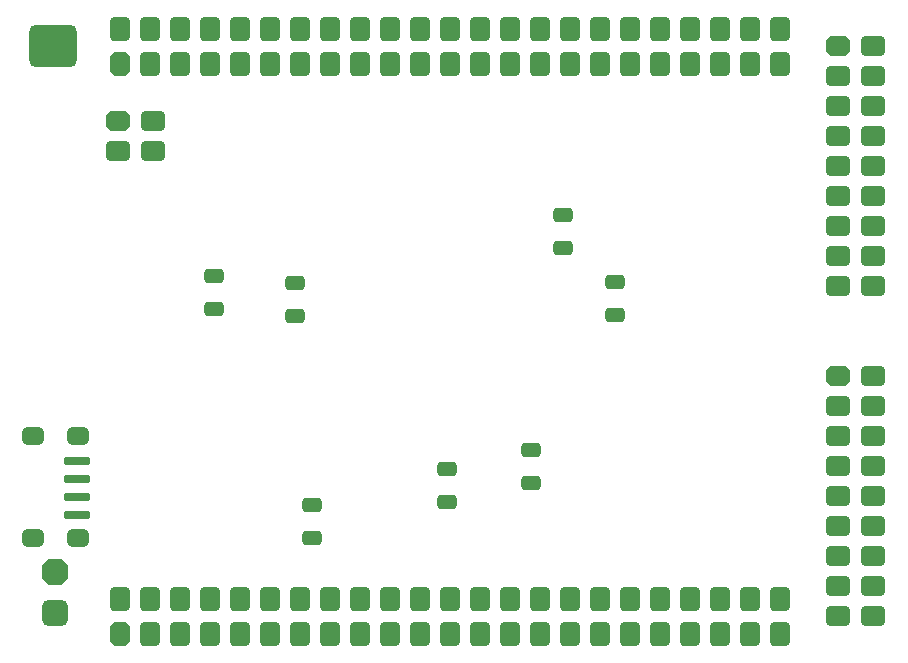
<source format=gbr>
%TF.GenerationSoftware,Altium Limited,Altium Designer,23.9.2 (47)*%
G04 Layer_Color=255*
%FSLAX45Y45*%
%MOMM*%
%TF.SameCoordinates,F1AFF133-CB08-443C-B5AD-2193434A7FAF*%
%TF.FilePolarity,Positive*%
%TF.FileFunction,Pads,Bot*%
%TF.Part,Single*%
G01*
G75*
%TA.AperFunction,SMDPad,CuDef*%
G04:AMPARAMS|DCode=75|XSize=1.65mm|YSize=1.25mm|CornerRadius=0.3125mm|HoleSize=0mm|Usage=FLASHONLY|Rotation=0.000|XOffset=0mm|YOffset=0mm|HoleType=Round|Shape=RoundedRectangle|*
%AMROUNDEDRECTD75*
21,1,1.65000,0.62500,0,0,0.0*
21,1,1.02500,1.25000,0,0,0.0*
1,1,0.62500,0.51250,-0.31250*
1,1,0.62500,-0.51250,-0.31250*
1,1,0.62500,-0.51250,0.31250*
1,1,0.62500,0.51250,0.31250*
%
%ADD75ROUNDEDRECTD75*%
%TA.AperFunction,ComponentPad*%
G04:AMPARAMS|DCode=95|XSize=1.7mm|YSize=2.1mm|CornerRadius=0.425mm|HoleSize=0mm|Usage=FLASHONLY|Rotation=270.000|XOffset=0mm|YOffset=0mm|HoleType=Round|Shape=RoundedRectangle|*
%AMROUNDEDRECTD95*
21,1,1.70000,1.25001,0,0,270.0*
21,1,0.85000,2.10000,0,0,270.0*
1,1,0.85000,-0.62500,-0.42500*
1,1,0.85000,-0.62500,0.42500*
1,1,0.85000,0.62500,0.42500*
1,1,0.85000,0.62500,-0.42500*
%
%ADD95ROUNDEDRECTD95*%
G04:AMPARAMS|DCode=96|XSize=1.7mm|YSize=2.1mm|CornerRadius=0mm|HoleSize=0mm|Usage=FLASHONLY|Rotation=270.000|XOffset=0mm|YOffset=0mm|HoleType=Round|Shape=Octagon|*
%AMOCTAGOND96*
4,1,8,1.05000,0.42500,1.05000,-0.42500,0.62500,-0.85000,-0.62500,-0.85000,-1.05000,-0.42500,-1.05000,0.42500,-0.62500,0.85000,0.62500,0.85000,1.05000,0.42500,0.0*
%
%ADD96OCTAGOND96*%

G04:AMPARAMS|DCode=97|XSize=1.7mm|YSize=2.1mm|CornerRadius=0mm|HoleSize=0mm|Usage=FLASHONLY|Rotation=0.000|XOffset=0mm|YOffset=0mm|HoleType=Round|Shape=Octagon|*
%AMOCTAGOND97*
4,1,8,-0.42500,1.05000,0.42500,1.05000,0.85000,0.62500,0.85000,-0.62500,0.42500,-1.05000,-0.42500,-1.05000,-0.85000,-0.62500,-0.85000,0.62500,-0.42500,1.05000,0.0*
%
%ADD97OCTAGOND97*%

G04:AMPARAMS|DCode=98|XSize=1.7mm|YSize=2.1mm|CornerRadius=0.425mm|HoleSize=0mm|Usage=FLASHONLY|Rotation=0.000|XOffset=0mm|YOffset=0mm|HoleType=Round|Shape=RoundedRectangle|*
%AMROUNDEDRECTD98*
21,1,1.70000,1.25001,0,0,0.0*
21,1,0.85000,2.10000,0,0,0.0*
1,1,0.85000,0.42500,-0.62500*
1,1,0.85000,-0.42500,-0.62500*
1,1,0.85000,-0.42500,0.62500*
1,1,0.85000,0.42500,0.62500*
%
%ADD98ROUNDEDRECTD98*%
G04:AMPARAMS|DCode=99|XSize=1.8mm|YSize=1.45mm|CornerRadius=0.3625mm|HoleSize=0mm|Usage=FLASHONLY|Rotation=180.000|XOffset=0mm|YOffset=0mm|HoleType=Round|Shape=RoundedRectangle|*
%AMROUNDEDRECTD99*
21,1,1.80000,0.72500,0,0,180.0*
21,1,1.07500,1.45000,0,0,180.0*
1,1,0.72500,-0.53750,0.36250*
1,1,0.72500,0.53750,0.36250*
1,1,0.72500,0.53750,-0.36250*
1,1,0.72500,-0.53750,-0.36250*
%
%ADD99ROUNDEDRECTD99*%
G04:AMPARAMS|DCode=100|XSize=4mm|YSize=3.6mm|CornerRadius=0.54mm|HoleSize=0mm|Usage=FLASHONLY|Rotation=0.000|XOffset=0mm|YOffset=0mm|HoleType=Round|Shape=RoundedRectangle|*
%AMROUNDEDRECTD100*
21,1,4.00000,2.52000,0,0,0.0*
21,1,2.92000,3.60000,0,0,0.0*
1,1,1.08000,1.46000,-1.26000*
1,1,1.08000,-1.46000,-1.26000*
1,1,1.08000,-1.46000,1.26000*
1,1,1.08000,1.46000,1.26000*
%
%ADD100ROUNDEDRECTD100*%
G04:AMPARAMS|DCode=101|XSize=2.2mm|YSize=2.2mm|CornerRadius=0.55mm|HoleSize=0mm|Usage=FLASHONLY|Rotation=270.000|XOffset=0mm|YOffset=0mm|HoleType=Round|Shape=RoundedRectangle|*
%AMROUNDEDRECTD101*
21,1,2.20000,1.10000,0,0,270.0*
21,1,1.10000,2.20000,0,0,270.0*
1,1,1.10000,-0.55000,-0.55000*
1,1,1.10000,-0.55000,0.55000*
1,1,1.10000,0.55000,0.55000*
1,1,1.10000,0.55000,-0.55000*
%
%ADD101ROUNDEDRECTD101*%
G04:AMPARAMS|DCode=102|XSize=2.2mm|YSize=2.2mm|CornerRadius=0mm|HoleSize=0mm|Usage=FLASHONLY|Rotation=270.000|XOffset=0mm|YOffset=0mm|HoleType=Round|Shape=Octagon|*
%AMOCTAGOND102*
4,1,8,-0.55000,-1.10000,0.55000,-1.10000,1.10000,-0.55000,1.10000,0.55000,0.55000,1.10000,-0.55000,1.10000,-1.10000,0.55000,-1.10000,-0.55000,-0.55000,-1.10000,0.0*
%
%ADD102OCTAGOND102*%

%TA.AperFunction,SMDPad,CuDef*%
G04:AMPARAMS|DCode=107|XSize=2.2mm|YSize=0.7mm|CornerRadius=0.175mm|HoleSize=0mm|Usage=FLASHONLY|Rotation=180.000|XOffset=0mm|YOffset=0mm|HoleType=Round|Shape=RoundedRectangle|*
%AMROUNDEDRECTD107*
21,1,2.20000,0.35000,0,0,180.0*
21,1,1.85000,0.70000,0,0,180.0*
1,1,0.35000,-0.92500,0.17500*
1,1,0.35000,0.92500,0.17500*
1,1,0.35000,0.92500,-0.17500*
1,1,0.35000,-0.92500,-0.17500*
%
%ADD107ROUNDEDRECTD107*%
D75*
X5780000Y3440000D02*
D03*
Y3720000D02*
D03*
X5510000Y1450000D02*
D03*
Y1730000D02*
D03*
X6220000Y2870000D02*
D03*
Y3150000D02*
D03*
X3510000Y3140000D02*
D03*
Y2860000D02*
D03*
X3650000Y1260000D02*
D03*
Y980000D02*
D03*
X4800000Y1290000D02*
D03*
Y1570000D02*
D03*
X2820000Y3200000D02*
D03*
Y2920000D02*
D03*
D95*
X8402000Y317500D02*
D03*
Y571500D02*
D03*
X8108000Y317500D02*
D03*
Y571500D02*
D03*
X8402000Y825500D02*
D03*
Y1079500D02*
D03*
Y1333500D02*
D03*
Y1587500D02*
D03*
Y1841500D02*
D03*
Y2095500D02*
D03*
Y2349500D02*
D03*
X8108000Y825500D02*
D03*
Y1079500D02*
D03*
Y1333500D02*
D03*
Y1587500D02*
D03*
Y1841500D02*
D03*
Y2095500D02*
D03*
X8402000Y3111500D02*
D03*
Y3365500D02*
D03*
X8108000Y3111500D02*
D03*
Y3365500D02*
D03*
X8402000Y3619500D02*
D03*
Y3873500D02*
D03*
Y4127500D02*
D03*
Y4381500D02*
D03*
Y4635500D02*
D03*
Y4889500D02*
D03*
Y5143500D02*
D03*
X8108000Y3619500D02*
D03*
Y3873500D02*
D03*
Y4127500D02*
D03*
Y4381500D02*
D03*
Y4635500D02*
D03*
Y4889500D02*
D03*
X2306000Y4512400D02*
D03*
Y4258400D02*
D03*
X2012000D02*
D03*
D96*
X8108000Y2349500D02*
D03*
Y5143500D02*
D03*
X2012000Y4512400D02*
D03*
D97*
X2032000Y170500D02*
D03*
Y4996500D02*
D03*
D98*
X2286000Y170500D02*
D03*
X2540000D02*
D03*
X2794000D02*
D03*
X3048000D02*
D03*
X3302000D02*
D03*
X3556000D02*
D03*
X3810000D02*
D03*
X4064000D02*
D03*
X4318000D02*
D03*
X4572000D02*
D03*
X4826000D02*
D03*
X5080000D02*
D03*
X5334000D02*
D03*
X5588000D02*
D03*
X5842000D02*
D03*
X6096000D02*
D03*
X6350000D02*
D03*
X6604000D02*
D03*
X6858000D02*
D03*
X7112000D02*
D03*
X7366000D02*
D03*
X7620000D02*
D03*
X2032000Y464500D02*
D03*
X2286000D02*
D03*
X2540000D02*
D03*
X2794000D02*
D03*
X3048000D02*
D03*
X3302000D02*
D03*
X3556000D02*
D03*
X3810000D02*
D03*
X4064000D02*
D03*
X4318000D02*
D03*
X4572000D02*
D03*
X4826000D02*
D03*
X5080000D02*
D03*
X5334000D02*
D03*
X5588000D02*
D03*
X5842000D02*
D03*
X6096000D02*
D03*
X6350000D02*
D03*
X6604000D02*
D03*
X6858000D02*
D03*
X7112000D02*
D03*
X7366000D02*
D03*
X7620000D02*
D03*
X2286000Y4996500D02*
D03*
X2540000D02*
D03*
X2794000D02*
D03*
X3048000D02*
D03*
X3302000D02*
D03*
X3556000D02*
D03*
X3810000D02*
D03*
X4064000D02*
D03*
X4318000D02*
D03*
X4572000D02*
D03*
X4826000D02*
D03*
X5080000D02*
D03*
X5334000D02*
D03*
X5588000D02*
D03*
X5842000D02*
D03*
X6096000D02*
D03*
X6350000D02*
D03*
X6604000D02*
D03*
X6858000D02*
D03*
X7112000D02*
D03*
X7366000D02*
D03*
X7620000D02*
D03*
X2032000Y5290500D02*
D03*
X2286000D02*
D03*
X2540000D02*
D03*
X2794000D02*
D03*
X3048000D02*
D03*
X3302000D02*
D03*
X3556000D02*
D03*
X3810000D02*
D03*
X4064000D02*
D03*
X4318000D02*
D03*
X4572000D02*
D03*
X4826000D02*
D03*
X5080000D02*
D03*
X5334000D02*
D03*
X5588000D02*
D03*
X5842000D02*
D03*
X6096000D02*
D03*
X6350000D02*
D03*
X6604000D02*
D03*
X6858000D02*
D03*
X7112000D02*
D03*
X7366000D02*
D03*
X7620000D02*
D03*
D99*
X1672000Y978000D02*
D03*
X1292000D02*
D03*
X1672000Y1842000D02*
D03*
X1292000D02*
D03*
D100*
X1460500Y5143500D02*
D03*
D101*
X1480000Y345000D02*
D03*
D102*
Y695000D02*
D03*
D107*
X1660000Y1630000D02*
D03*
Y1480000D02*
D03*
Y1330000D02*
D03*
Y1180000D02*
D03*
%TF.MD5,01f0ef01cb8f0f9ccf3fe761f18c6d93*%
M02*

</source>
